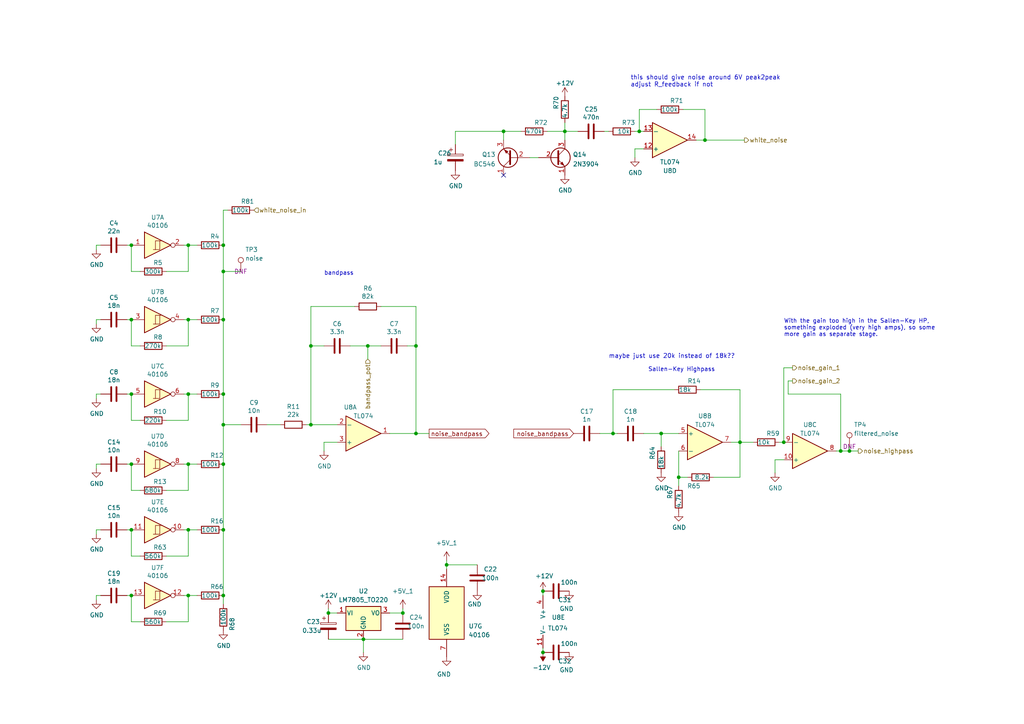
<source format=kicad_sch>
(kicad_sch (version 20211123) (generator eeschema)
  (paper "A4")
  (title_block (title "hihat") (rev "0.9") (comment 1 "untested"))
  (lib_symbols
    (symbol "4xxx:40106" (pin_names (offset 1.016))
      (property "Reference" "U" (at 0 1.27 0))
      (property "Value" "40106" (at 0 -1.27 0))
      (symbol "40106_1_0"
        (polyline (pts (xy -0.635 -1.27) (xy -0.635 1.27) (xy 0.635 1.27)))
        (polyline (pts (xy -3.81 3.81) (xy -3.81 -3.81) (xy 3.81 0) (xy -3.81 3.81)) (stroke (width 0.254)) (fill (type background)))
        (polyline (pts (xy -1.27 -1.27) (xy 0.635 -1.27) (xy 0.635 1.27) (xy 1.27 1.27)))
        (pin input line (at -7.62 0 0) (length 3.81) (name "~") (number "1"))
        (pin output inverted (at 7.62 0 180) (length 3.81) (name "~") (number "2"))
      )
      (symbol "40106_2_0"
        (polyline (pts (xy -0.635 -1.27) (xy -0.635 1.27) (xy 0.635 1.27)))
        (polyline (pts (xy -3.81 3.81) (xy -3.81 -3.81) (xy 3.81 0) (xy -3.81 3.81)) (stroke (width 0.254)) (fill (type background)))
        (polyline (pts (xy -1.27 -1.27) (xy 0.635 -1.27) (xy 0.635 1.27) (xy 1.27 1.27)))
        (pin input line (at -7.62 0 0) (length 3.81) (name "~") (number "3"))
        (pin output inverted (at 7.62 0 180) (length 3.81) (name "~") (number "4"))
      )
      (symbol "40106_3_0"
        (polyline (pts (xy -0.635 -1.27) (xy -0.635 1.27) (xy 0.635 1.27)))
        (polyline (pts (xy -3.81 3.81) (xy -3.81 -3.81) (xy 3.81 0) (xy -3.81 3.81)) (stroke (width 0.254)) (fill (type background)))
        (polyline (pts (xy -1.27 -1.27) (xy 0.635 -1.27) (xy 0.635 1.27) (xy 1.27 1.27)))
        (pin input line (at -7.62 0 0) (length 3.81) (name "~") (number "5"))
        (pin output inverted (at 7.62 0 180) (length 3.81) (name "~") (number "6"))
      )
      (symbol "40106_4_0"
        (polyline (pts (xy -0.635 -1.27) (xy -0.635 1.27) (xy 0.635 1.27)))
        (polyline (pts (xy -3.81 3.81) (xy -3.81 -3.81) (xy 3.81 0) (xy -3.81 3.81)) (stroke (width 0.254)) (fill (type background)))
        (polyline (pts (xy -1.27 -1.27) (xy 0.635 -1.27) (xy 0.635 1.27) (xy 1.27 1.27)))
        (pin output inverted (at 7.62 0 180) (length 3.81) (name "~") (number "8"))
        (pin input line (at -7.62 0 0) (length 3.81) (name "~") (number "9"))
      )
      (symbol "40106_5_0"
        (polyline (pts (xy -0.635 -1.27) (xy -0.635 1.27) (xy 0.635 1.27)))
        (polyline (pts (xy -3.81 3.81) (xy -3.81 -3.81) (xy 3.81 0) (xy -3.81 3.81)) (stroke (width 0.254)) (fill (type background)))
        (polyline (pts (xy -1.27 -1.27) (xy 0.635 -1.27) (xy 0.635 1.27) (xy 1.27 1.27)))
        (pin output inverted (at 7.62 0 180) (length 3.81) (name "~") (number "10"))
        (pin input line (at -7.62 0 0) (length 3.81) (name "~") (number "11"))
      )
      (symbol "40106_6_0"
        (polyline (pts (xy -0.635 -1.27) (xy -0.635 1.27) (xy 0.635 1.27)))
        (polyline (pts (xy -3.81 3.81) (xy -3.81 -3.81) (xy 3.81 0) (xy -3.81 3.81)) (stroke (width 0.254)) (fill (type background)))
        (polyline (pts (xy -1.27 -1.27) (xy 0.635 -1.27) (xy 0.635 1.27) (xy 1.27 1.27)))
        (pin output inverted (at 7.62 0 180) (length 3.81) (name "~") (number "12"))
        (pin input line (at -7.62 0 0) (length 3.81) (name "~") (number "13"))
      )
      (symbol "40106_7_0"
        (pin power_in line (at 0 12.7 270) (length 5.08) (name "VDD") (number "14"))
        (pin power_in line (at 0 -12.7 90) (length 5.08) (name "VSS") (number "7"))
      )
      (symbol "40106_7_1"
        (rectangle (start -5.08 7.62) (end 5.08 -7.62) (stroke (width 0.254)) (fill (type background)))
      )
    )
    (symbol "Device:C" (pin_numbers hide) (pin_names (offset 0.254))
      (property "Reference" "C" (at 0.635 2.54 0))
      (property "Value" "C" (at 0.635 -2.54 0))
      (symbol "C_0_1"
        (polyline (pts (xy -2.032 -0.762) (xy 2.032 -0.762)) (stroke (width 0.508)))
        (polyline (pts (xy -2.032 0.762) (xy 2.032 0.762)) (stroke (width 0.508)))
      )
      (symbol "C_1_1"
        (pin passive line (at 0 3.81 270) (length 2.794) (name "~") (number "1"))
        (pin passive line (at 0 -3.81 90) (length 2.794) (name "~") (number "2"))
      )
    )
    (symbol "Regulator_Linear:LM7805_TO220" (pin_names (offset 0.254))
      (property "Reference" "U" (at -3.81 3.175 0))
      (property "Value" "LM7805_TO220" (at 0 3.175 0))
      (symbol "LM7805_TO220_0_1"
        (rectangle (start -5.08 1.905) (end 5.08 -5.08) (stroke (width 0.254)) (fill (type background)))
      )
      (symbol "LM7805_TO220_1_1"
        (pin power_in line (at -7.62 0 0) (length 2.54) (name "VI") (number "1"))
        (pin power_in line (at 0 -7.62 90) (length 2.54) (name "GND") (number "2"))
        (pin power_out line (at 7.62 0 180) (length 2.54) (name "VO") (number "3"))
      )
    )
    (symbol "Transistor_BJT:BC546" (pin_names (offset 0) hide)
      (property "Reference" "Q" (at 5.08 1.905 0))
      (property "Value" "BC546" (at 5.08 0 0))
      (symbol "BC546_0_1"
        (polyline (pts (xy 0 0) (xy 0.635 0)))
        (polyline (pts (xy 0.635 0.635) (xy 2.54 2.54)))
        (polyline (pts (xy 0.635 -0.635) (xy 2.54 -2.54) (xy 2.54 -2.54)))
        (polyline (pts (xy 0.635 1.905) (xy 0.635 -1.905) (xy 0.635 -1.905)) (stroke (width 0.508)))
        (polyline (pts (xy 1.27 -1.778) (xy 1.778 -1.27) (xy 2.286 -2.286) (xy 1.27 -1.778) (xy 1.27 -1.778)) (fill (type outline)))
        (circle (center 1.27 0) (radius 2.8194) (stroke (width 0.254)))
      )
      (symbol "BC546_1_1"
        (pin passive line (at 2.54 5.08 270) (length 2.54) (name "C") (number "1"))
        (pin input line (at -5.08 0 0) (length 5.08) (name "B") (number "2"))
        (pin passive line (at 2.54 -5.08 90) (length 2.54) (name "E") (number "3"))
      )
    )
    (symbol "ao_symbols:+5V_1" (power) (pin_names (offset 0))
      (property "Value" "+5V_1" (at 0 3.556 0))
      (symbol "+5V_1_0_1"
        (polyline (pts (xy -0.762 1.27) (xy 0 2.54)))
        (polyline (pts (xy 0 0) (xy 0 2.54)))
        (polyline (pts (xy 0 2.54) (xy 0.762 1.27)))
      )
      (symbol "+5V_1_1_1"
        (pin power_in line (at 0 0 90) (length 0) hide (name "+5V_1") (number "1"))
      )
    )
    (symbol "ao_symbols:2N3904" (pin_names (offset 0) hide)
      (property "Reference" "Q" (at 5.08 1.905 0))
      (property "Value" "2N3904" (at 5.08 0 0))
      (symbol "2N3904_0_1"
        (polyline (pts (xy 0.635 0.635) (xy 2.54 2.54)))
        (polyline (pts (xy 0.635 -0.635) (xy 2.54 -2.54) (xy 2.54 -2.54)))
        (polyline (pts (xy 0.635 1.905) (xy 0.635 -1.905) (xy 0.635 -1.905)) (stroke (width 0.508)))
        (polyline (pts (xy 1.27 -1.778) (xy 1.778 -1.27) (xy 2.286 -2.286) (xy 1.27 -1.778) (xy 1.27 -1.778)) (fill (type outline)))
        (circle (center 1.27 0) (radius 2.8194) (stroke (width 0.254)))
      )
      (symbol "2N3904_1_1"
        (pin passive line (at 2.54 -5.08 90) (length 2.54) (name "E") (number "1"))
        (pin passive line (at -5.08 0 0) (length 5.715) (name "B") (number "2"))
        (pin passive line (at 2.54 5.08 270) (length 2.54) (name "C") (number "3"))
      )
    )
    (symbol "ao_symbols:C" (pin_numbers hide) (pin_names (offset 0.254))
      (property "Reference" "C" (at 0.635 2.54 0))
      (property "Value" "C" (at 0.635 -2.54 0))
      (symbol "C_0_1"
        (polyline (pts (xy -2.032 -0.762) (xy 2.032 -0.762)) (stroke (width 0.508)))
        (polyline (pts (xy -2.032 0.762) (xy 2.032 0.762)) (stroke (width 0.508)))
      )
      (symbol "C_1_1"
        (pin passive line (at 0 3.81 270) (length 2.794) (name "~") (number "1"))
        (pin passive line (at 0 -3.81 90) (length 2.794) (name "~") (number "2"))
      )
    )
    (symbol "ao_symbols:CP" (pin_numbers hide) (pin_names (offset 0.254))
      (property "Reference" "C" (at 0.635 2.54 0))
      (property "Value" "CP" (at 0.635 -2.54 0))
      (symbol "CP_0_1"
        (rectangle (start -2.286 0.508) (end 2.286 1.016))
        (polyline (pts (xy -1.778 2.286) (xy -0.762 2.286)))
        (polyline (pts (xy -1.27 2.794) (xy -1.27 1.778)))
        (rectangle (start 2.286 -0.508) (end -2.286 -1.016) (fill (type outline)))
      )
      (symbol "CP_1_1"
        (pin passive line (at 0 3.81 270) (length 2.794) (name "~") (number "1"))
        (pin passive line (at 0 -3.81 90) (length 2.794) (name "~") (number "2"))
      )
    )
    (symbol "ao_symbols:R" (pin_numbers hide) (pin_names (offset 0))
      (property "Reference" "R" (at 2.032 0 90))
      (property "Value" "R" (at 0 0 90))
      (symbol "R_0_1"
        (rectangle (start -1.016 -2.54) (end 1.016 2.54) (stroke (width 0.254)))
      )
      (symbol "R_1_1"
        (pin passive line (at 0 3.81 270) (length 1.27) (name "~") (number "1"))
        (pin passive line (at 0 -3.81 90) (length 1.27) (name "~") (number "2"))
      )
    )
    (symbol "ao_symbols:TL074" (pin_names (offset 0.127))
      (property "Reference" "U" (at 0 5.08 0))
      (property "Value" "TL074" (at 0 -5.08 0))
      (symbol "TL074_1_1"
        (polyline (pts (xy -5.08 5.08) (xy 5.08 0) (xy -5.08 -5.08) (xy -5.08 5.08)) (stroke (width 0.254)) (fill (type background)))
        (pin output line (at 7.62 0 180) (length 2.54) (name "~") (number "1"))
        (pin input line (at -7.62 -2.54 0) (length 2.54) (name "-") (number "2"))
        (pin input line (at -7.62 2.54 0) (length 2.54) (name "+") (number "3"))
      )
      (symbol "TL074_2_1"
        (polyline (pts (xy -5.08 5.08) (xy 5.08 0) (xy -5.08 -5.08) (xy -5.08 5.08)) (stroke (width 0.254)) (fill (type background)))
        (pin input line (at -7.62 2.54 0) (length 2.54) (name "+") (number "5"))
        (pin input line (at -7.62 -2.54 0) (length 2.54) (name "-") (number "6"))
        (pin output line (at 7.62 0 180) (length 2.54) (name "~") (number "7"))
      )
      (symbol "TL074_3_1"
        (polyline (pts (xy -5.08 5.08) (xy 5.08 0) (xy -5.08 -5.08) (xy -5.08 5.08)) (stroke (width 0.254)) (fill (type background)))
        (pin input line (at -7.62 2.54 0) (length 2.54) (name "+") (number "10"))
        (pin output line (at 7.62 0 180) (length 2.54) (name "~") (number "8"))
        (pin input line (at -7.62 -2.54 0) (length 2.54) (name "-") (number "9"))
      )
      (symbol "TL074_4_1"
        (polyline (pts (xy -5.08 5.08) (xy 5.08 0) (xy -5.08 -5.08) (xy -5.08 5.08)) (stroke (width 0.254)) (fill (type background)))
        (pin input line (at -7.62 2.54 0) (length 2.54) (name "+") (number "12"))
        (pin input line (at -7.62 -2.54 0) (length 2.54) (name "-") (number "13"))
        (pin output line (at 7.62 0 180) (length 2.54) (name "~") (number "14"))
      )
      (symbol "TL074_5_1"
        (pin power_in line (at -2.54 -7.62 90) (length 3.81) (name "V-") (number "11"))
        (pin power_in line (at -2.54 7.62 270) (length 3.81) (name "V+") (number "4"))
      )
    )
    (symbol "ao_symbols:TestPoint" (pin_numbers hide) (pin_names (offset 0.762) hide) (in_bom no)
      (property "Reference" "TP" (at 0 6.858 0))
      (property "Value" "TestPoint" (at 0 5.08 0))
      (property "Config" "DNF" (at 0 0 0))
      (symbol "TestPoint_0_1"
        (circle (center 0 3.302) (radius 0.762))
      )
      (symbol "TestPoint_1_1"
        (pin passive line (at 0 0 90) (length 2.54) (name "1") (number "1"))
      )
    )
    (symbol "power:+12V" (power) (pin_names (offset 0))
      (property "Value" "+12V" (at 0 3.556 0))
      (symbol "+12V_0_1"
        (polyline (pts (xy -0.762 1.27) (xy 0 2.54)))
        (polyline (pts (xy 0 0) (xy 0 2.54)))
        (polyline (pts (xy 0 2.54) (xy 0.762 1.27)))
      )
      (symbol "+12V_1_1"
        (pin power_in line (at 0 0 90) (length 0) hide (name "+12V") (number "1"))
      )
    )
    (symbol "power:-12V" (power) (pin_names (offset 0))
      (property "Value" "-12V" (at 0 3.81 0))
      (symbol "-12V_0_0"
        (pin power_in line (at 0 0 90) (length 0) hide (name "-12V") (number "1"))
      )
      (symbol "-12V_0_1"
        (polyline (pts (xy 0 0) (xy 0 1.27) (xy 0.762 1.27) (xy 0 2.54) (xy -0.762 1.27) (xy 0 1.27)) (fill (type outline)))
      )
    )
    (symbol "power:GND" (power) (pin_names (offset 0))
      (property "Value" "GND" (at 0 -3.81 0))
      (symbol "GND_0_1"
        (polyline (pts (xy 0 0) (xy 0 -1.27) (xy 1.27 -1.27) (xy 0 -2.54) (xy -1.27 -1.27) (xy 0 -1.27)))
      )
      (symbol "GND_1_1"
        (pin power_in line (at 0 0 270) (length 0) hide (name "GND") (number "1"))
      )
    )
  )
  (junction (at 163.83 38.1))
  (junction (at 64.77 114.3))
  (junction (at 54.61 172.72))
  (junction (at 64.77 92.71))
  (junction (at 64.77 153.67))
  (junction (at 227.33 128.27))
  (junction (at 157.48 171.45))
  (junction (at 214.63 128.27))
  (junction (at 64.77 123.19))
  (junction (at 38.1 172.72))
  (junction (at 54.61 92.71))
  (junction (at 54.61 71.12))
  (junction (at 196.85 138.43))
  (junction (at 177.8 125.73))
  (junction (at 54.61 153.67))
  (junction (at 38.1 134.62))
  (junction (at 120.65 100.33))
  (junction (at 64.77 172.72))
  (junction (at 120.65 125.73))
  (junction (at 246.38 130.81))
  (junction (at 64.77 78.74))
  (junction (at 95.25 177.8))
  (junction (at 64.77 134.62))
  (junction (at 38.1 92.71))
  (junction (at 90.17 123.19))
  (junction (at 116.84 177.8))
  (junction (at 38.1 153.67))
  (junction (at 54.61 134.62))
  (junction (at 90.17 100.33))
  (junction (at 185.42 38.1))
  (junction (at 157.48 189.23))
  (junction (at 191.77 125.73))
  (junction (at 129.54 163.83))
  (junction (at 243.84 130.81))
  (junction (at 38.1 71.12))
  (junction (at 204.47 40.64))
  (junction (at 54.61 114.3))
  (junction (at 106.68 100.33))
  (junction (at 146.05 38.1))
  (junction (at 105.41 185.42))
  (junction (at 38.1 114.3))
  (junction (at 64.77 71.12))
  (no_connect (at 146.05 50.8))
  (wire (pts (xy 163.83 38.1) (xy 167.64 38.1)))
  (wire (pts (xy 204.47 31.75) (xy 204.47 40.64)))
  (wire (pts (xy 93.98 128.27) (xy 93.98 130.81)))
  (wire (pts (xy 48.26 180.34) (xy 54.61 180.34)))
  (wire (pts (xy 90.17 100.33) (xy 90.17 123.19)))
  (wire (pts (xy 227.33 133.35) (xy 224.79 133.35)))
  (wire (pts (xy 48.26 142.24) (xy 54.61 142.24)))
  (wire (pts (xy 64.77 153.67) (xy 64.77 172.72)))
  (wire (pts (xy 38.1 172.72) (xy 36.83 172.72)))
  (wire (pts (xy 186.69 43.18) (xy 184.15 43.18)))
  (wire (pts (xy 102.87 88.9) (xy 90.17 88.9)))
  (wire (pts (xy 27.94 92.71) (xy 27.94 93.98)))
  (wire (pts (xy 38.1 114.3) (xy 36.83 114.3)))
  (wire (pts (xy 27.94 114.3) (xy 27.94 115.57)))
  (wire (pts (xy 57.15 134.62) (xy 54.61 134.62)))
  (wire (pts (xy 191.77 125.73) (xy 191.77 129.54)))
  (wire (pts (xy 198.12 31.75) (xy 204.47 31.75)))
  (wire (pts (xy 48.26 78.74) (xy 54.61 78.74)))
  (wire (pts (xy 54.61 134.62) (xy 53.34 134.62)))
  (wire (pts (xy 106.68 100.33) (xy 106.68 104.14)))
  (wire (pts (xy 175.26 38.1) (xy 176.53 38.1)))
  (wire (pts (xy 214.63 113.03) (xy 214.63 128.27)))
  (wire (pts (xy 38.1 161.29) (xy 38.1 153.67)))
  (wire (pts (xy 185.42 38.1) (xy 185.42 31.75)))
  (wire (pts (xy 146.05 38.1) (xy 146.05 40.64)))
  (wire (pts (xy 228.6 110.49) (xy 229.87 110.49)))
  (wire (pts (xy 38.1 100.33) (xy 38.1 92.71)))
  (wire (pts (xy 116.84 176.53) (xy 116.84 177.8)))
  (wire (pts (xy 177.8 125.73) (xy 179.07 125.73)))
  (wire (pts (xy 113.03 125.73) (xy 120.65 125.73)))
  (wire (pts (xy 64.77 92.71) (xy 64.77 114.3)))
  (wire (pts (xy 204.47 40.64) (xy 201.93 40.64)))
  (wire (pts (xy 29.21 114.3) (xy 27.94 114.3)))
  (wire (pts (xy 132.08 41.91) (xy 132.08 38.1)))
  (wire (pts (xy 177.8 113.03) (xy 177.8 125.73)))
  (wire (pts (xy 64.77 60.96) (xy 66.04 60.96)))
  (wire (pts (xy 173.99 125.73) (xy 177.8 125.73)))
  (wire (pts (xy 207.01 138.43) (xy 214.63 138.43)))
  (wire (pts (xy 101.6 100.33) (xy 106.68 100.33)))
  (wire (pts (xy 129.54 163.83) (xy 129.54 165.1)))
  (wire (pts (xy 38.1 78.74) (xy 38.1 71.12)))
  (wire (pts (xy 243.84 114.3) (xy 228.6 114.3)))
  (wire (pts (xy 54.61 92.71) (xy 53.34 92.71)))
  (wire (pts (xy 38.1 71.12) (xy 36.83 71.12)))
  (wire (pts (xy 40.64 180.34) (xy 38.1 180.34)))
  (wire (pts (xy 214.63 128.27) (xy 218.44 128.27)))
  (wire (pts (xy 110.49 88.9) (xy 120.65 88.9)))
  (wire (pts (xy 38.1 134.62) (xy 36.83 134.62)))
  (wire (pts (xy 203.2 113.03) (xy 214.63 113.03)))
  (wire (pts (xy 38.1 180.34) (xy 38.1 172.72)))
  (wire (pts (xy 163.83 38.1) (xy 163.83 40.64)))
  (wire (pts (xy 120.65 125.73) (xy 124.46 125.73)))
  (wire (pts (xy 191.77 125.73) (xy 196.85 125.73)))
  (wire (pts (xy 54.61 142.24) (xy 54.61 134.62)))
  (wire (pts (xy 95.25 185.42) (xy 105.41 185.42)))
  (wire (pts (xy 246.38 130.81) (xy 248.92 130.81)))
  (wire (pts (xy 227.33 106.68) (xy 227.33 128.27)))
  (wire (pts (xy 27.94 153.67) (xy 27.94 154.94)))
  (wire (pts (xy 195.58 113.03) (xy 177.8 113.03)))
  (wire (pts (xy 77.47 123.19) (xy 81.28 123.19)))
  (wire (pts (xy 64.77 71.12) (xy 64.77 60.96)))
  (wire (pts (xy 90.17 88.9) (xy 90.17 100.33)))
  (wire (pts (xy 64.77 123.19) (xy 69.85 123.19)))
  (wire (pts (xy 29.21 134.62) (xy 27.94 134.62)))
  (wire (pts (xy 57.15 172.72) (xy 54.61 172.72)))
  (wire (pts (xy 54.61 172.72) (xy 53.34 172.72)))
  (wire (pts (xy 57.15 114.3) (xy 54.61 114.3)))
  (wire (pts (xy 227.33 106.68) (xy 229.87 106.68)))
  (wire (pts (xy 48.26 121.92) (xy 54.61 121.92)))
  (wire (pts (xy 185.42 38.1) (xy 186.69 38.1)))
  (wire (pts (xy 158.75 38.1) (xy 163.83 38.1)))
  (wire (pts (xy 57.15 153.67) (xy 54.61 153.67)))
  (wire (pts (xy 54.61 114.3) (xy 53.34 114.3)))
  (wire (pts (xy 214.63 128.27) (xy 214.63 138.43)))
  (wire (pts (xy 40.64 78.74) (xy 38.1 78.74)))
  (wire (pts (xy 95.25 176.53) (xy 95.25 177.8)))
  (wire (pts (xy 242.57 130.81) (xy 243.84 130.81)))
  (wire (pts (xy 120.65 88.9) (xy 120.65 100.33)))
  (wire (pts (xy 54.61 161.29) (xy 54.61 153.67)))
  (wire (pts (xy 64.77 71.12) (xy 64.77 78.74)))
  (wire (pts (xy 243.84 114.3) (xy 243.84 130.81)))
  (wire (pts (xy 113.03 177.8) (xy 116.84 177.8)))
  (wire (pts (xy 54.61 100.33) (xy 54.61 92.71)))
  (wire (pts (xy 29.21 153.67) (xy 27.94 153.67)))
  (wire (pts (xy 29.21 172.72) (xy 27.94 172.72)))
  (wire (pts (xy 38.1 92.71) (xy 36.83 92.71)))
  (wire (pts (xy 38.1 153.67) (xy 36.83 153.67)))
  (wire (pts (xy 27.94 172.72) (xy 27.94 173.99)))
  (wire (pts (xy 54.61 78.74) (xy 54.61 71.12)))
  (wire (pts (xy 120.65 125.73) (xy 120.65 100.33)))
  (wire (pts (xy 27.94 134.62) (xy 27.94 135.89)))
  (wire (pts (xy 243.84 130.81) (xy 246.38 130.81)))
  (wire (pts (xy 157.48 172.72) (xy 157.48 171.45)))
  (wire (pts (xy 196.85 138.43) (xy 196.85 140.97)))
  (wire (pts (xy 38.1 121.92) (xy 38.1 114.3)))
  (wire (pts (xy 184.15 38.1) (xy 185.42 38.1)))
  (wire (pts (xy 88.9 123.19) (xy 90.17 123.19)))
  (wire (pts (xy 120.65 100.33) (xy 118.11 100.33)))
  (wire (pts (xy 185.42 31.75) (xy 190.5 31.75)))
  (wire (pts (xy 40.64 161.29) (xy 38.1 161.29)))
  (wire (pts (xy 48.26 100.33) (xy 54.61 100.33)))
  (wire (pts (xy 226.06 128.27) (xy 227.33 128.27)))
  (wire (pts (xy 38.1 142.24) (xy 38.1 134.62)))
  (wire (pts (xy 90.17 123.19) (xy 97.79 123.19)))
  (wire (pts (xy 57.15 71.12) (xy 54.61 71.12)))
  (wire (pts (xy 54.61 121.92) (xy 54.61 114.3)))
  (wire (pts (xy 151.13 38.1) (xy 146.05 38.1)))
  (wire (pts (xy 95.25 177.8) (xy 97.79 177.8)))
  (wire (pts (xy 93.98 100.33) (xy 90.17 100.33)))
  (wire (pts (xy 106.68 100.33) (xy 110.49 100.33)))
  (wire (pts (xy 184.15 43.18) (xy 184.15 45.72)))
  (wire (pts (xy 196.85 130.81) (xy 196.85 138.43)))
  (wire (pts (xy 129.54 162.56) (xy 129.54 163.83)))
  (wire (pts (xy 132.08 38.1) (xy 146.05 38.1)))
  (wire (pts (xy 40.64 142.24) (xy 38.1 142.24)))
  (wire (pts (xy 228.6 114.3) (xy 228.6 110.49)))
  (wire (pts (xy 153.67 45.72) (xy 156.21 45.72)))
  (wire (pts (xy 105.41 185.42) (xy 105.41 189.23)))
  (wire (pts (xy 27.94 71.12) (xy 27.94 72.39)))
  (wire (pts (xy 48.26 161.29) (xy 54.61 161.29)))
  (wire (pts (xy 64.77 114.3) (xy 64.77 123.19)))
  (wire (pts (xy 138.43 163.83) (xy 129.54 163.83)))
  (wire (pts (xy 64.77 123.19) (xy 64.77 134.62)))
  (wire (pts (xy 64.77 78.74) (xy 64.77 92.71)))
  (wire (pts (xy 29.21 92.71) (xy 27.94 92.71)))
  (wire (pts (xy 212.09 128.27) (xy 214.63 128.27)))
  (wire (pts (xy 40.64 100.33) (xy 38.1 100.33)))
  (wire (pts (xy 40.64 121.92) (xy 38.1 121.92)))
  (wire (pts (xy 54.61 153.67) (xy 53.34 153.67)))
  (wire (pts (xy 186.69 125.73) (xy 191.77 125.73)))
  (wire (pts (xy 69.85 78.74) (xy 64.77 78.74)))
  (wire (pts (xy 54.61 71.12) (xy 53.34 71.12)))
  (wire (pts (xy 54.61 180.34) (xy 54.61 172.72)))
  (wire (pts (xy 246.38 129.54) (xy 246.38 130.81)))
  (wire (pts (xy 199.39 138.43) (xy 196.85 138.43)))
  (wire (pts (xy 204.47 40.64) (xy 215.9 40.64)))
  (wire (pts (xy 29.21 71.12) (xy 27.94 71.12)))
  (wire (pts (xy 157.48 187.96) (xy 157.48 189.23)))
  (wire (pts (xy 224.79 133.35) (xy 224.79 137.16)))
  (wire (pts (xy 64.77 172.72) (xy 64.77 175.26)))
  (wire (pts (xy 163.83 35.56) (xy 163.83 38.1)))
  (wire (pts (xy 64.77 134.62) (xy 64.77 153.67)))
  (wire (pts (xy 57.15 92.71) (xy 54.61 92.71)))
  (wire (pts (xy 97.79 128.27) (xy 93.98 128.27)))
  (wire (pts (xy 105.41 185.42) (xy 116.84 185.42)))
  (text "With the gain too high in the Sallen-Key HP,\nsomething exploded (very high amps), so some\nmore gain as separate stage." (at 227.33 97.79 0) (effects (font (size 1.2 1.2)) (justify left bottom)))
  (text "bandpass" (at 93.98 80.01 0) (effects (font (size 1.2 1.2)) (justify left bottom)))
  (text "maybe just use 20k instead of 18k??" (at 176.53 104.14 0) (effects (font (size 1.27 1.27)) (justify left bottom)))
  (text "this should give noise around 6V peak2peak\nadjust R_feedback if not" (at 182.88 25.4 0) (effects (font (size 1.27 1.27)) (justify left bottom)))
  (text "Sallen-Key Highpass" (at 187.96 107.95 0) (effects (font (size 1.2 1.2)) (justify left bottom)))
  (global_label "noise_bandpass" (shape output) (at 124.46 125.73 0) (property "Intersheet References" "${INTERSHEET_REFS}" (effects hide)))
  (global_label "noise_bandpass" (shape input) (at 166.37 125.73 180) (property "Intersheet References" "${INTERSHEET_REFS}" (effects hide)))
  (hierarchical_label "noise_gain_2" (shape output) (at 229.87 110.49 0))
  (hierarchical_label "white_noise_in" (shape input) (at 73.66 60.96 0))
  (hierarchical_label "bandpass_pot" (shape input) (at 106.68 104.14 270))
  (hierarchical_label "noise_highpass" (shape output) (at 248.92 130.81 0))
  (hierarchical_label "noise_gain_1" (shape output) (at 229.87 106.68 0))
  (hierarchical_label "white_noise" (shape output) (at 215.9 40.64 0))
  (symbol (lib_id "4xxx:40106") (at 45.72 71.12 0) (unit 1)
    (property "Reference" "U7" (at 45.72 63.0682 0))
    (property "Value" "40106" (at 45.72 65.3796 0))
    (property "Footprint" "ao_tht:DIP-14_W7.62mm_Socket_LongPads" (effects hide))
    (property "Datasheet" "https://assets.nexperia.com/documents/data-sheet/HEF40106B.pdf" (effects hide))
  )
  (symbol (lib_id "ao_symbols:TestPoint") (at 246.38 129.54 0) (unit 1)
    (property "Reference" "TP4" (at 247.65 123.19 0) (effects (justify left)))
    (property "Value" "filtered_noise" (at 247.65 125.73 0) (effects (justify left)))
    (property "Footprint" "ao_tht:TestPoint_THTPad_D1.5mm_Drill0.7mm" (effects hide))
    (property "Config" "DNF" (at 246.38 129.54 0))
  )
  (symbol (lib_id "ao_symbols:TL074") (at 194.31 40.64 0) (mirror x) (unit 4)
    (property "Reference" "U8" (at 194.31 49.53 0))
    (property "Value" "TL074" (at 194.31 46.99 0))
    (property "Footprint" "ao_tht:DIP-14_W7.62mm_Socket_LongPads" (effects hide))
    (property "Vendor" "Tayda" (effects hide))
    (property "SKU" "A-1138" (effects hide))
  )
  (symbol (lib_id "ao_symbols:R") (at 64.77 179.07 0) (unit 1)
    (property "Reference" "R68" (at 67.31 179.07 90) (effects (justify right)))
    (property "Value" "100k" (at 64.77 176.53 90) (effects (justify right)))
    (property "Footprint" "ao_tht:R_Axial_DIN0207_L6.3mm_D2.5mm_P10.16mm_Horizontal" (effects hide))
    (property "Vendor" "Tayda" (effects hide))
  )
  (symbol (lib_id "power:GND") (at 163.83 50.8 0) (unit 1)
    (property "Reference" "#PWR0182" (effects hide))
    (property "Value" "GND" (at 163.957 55.1942 0))
  )
  (symbol (lib_id "ao_symbols:R") (at 180.34 38.1 90) (unit 1)
    (property "Reference" "R73" (at 180.34 35.56 90) (effects (justify right)))
    (property "Value" "10k" (at 179.07 38.1 90) (effects (justify right)))
    (property "Footprint" "ao_tht:R_Axial_DIN0207_L6.3mm_D2.5mm_P10.16mm_Horizontal" (effects hide))
    (property "Vendor" "Tayda" (effects hide))
  )
  (symbol (lib_id "ao_symbols:R") (at 60.96 92.71 90) (unit 1)
    (property "Reference" "R7" (at 60.96 90.17 90) (effects (justify right)))
    (property "Value" "100k" (at 58.42 92.71 90) (effects (justify right)))
    (property "Footprint" "ao_tht:R_Axial_DIN0207_L6.3mm_D2.5mm_P10.16mm_Horizontal" (effects hide))
    (property "Vendor" "Tayda" (effects hide))
  )
  (symbol (lib_id "ao_symbols:R") (at 85.09 123.19 270) (unit 1)
    (property "Reference" "R11" (at 85.09 117.9322 90))
    (property "Value" "22k" (at 85.09 120.2436 90))
    (property "Footprint" "ao_tht:R_Axial_DIN0207_L6.3mm_D2.5mm_P10.16mm_Horizontal" (effects hide))
    (property "Vendor" "Tayda" (effects hide))
  )
  (symbol (lib_id "power:GND") (at 224.79 137.16 0) (unit 1)
    (property "Reference" "#PWR0121" (effects hide))
    (property "Value" "GND" (at 224.917 141.5542 0))
  )
  (symbol (lib_id "ao_symbols:TL074") (at 234.95 130.81 0) (mirror x) (unit 3)
    (property "Reference" "U8" (at 234.95 123.19 0))
    (property "Value" "TL074" (at 234.95 125.73 0))
    (property "Footprint" "ao_tht:DIP-14_W7.62mm_Socket_LongPads" (effects hide))
    (property "Vendor" "Tayda" (effects hide))
    (property "SKU" "A-1138" (effects hide))
  )
  (symbol (lib_id "ao_symbols:R") (at 203.2 138.43 270) (unit 1)
    (property "Reference" "R65" (at 203.2 140.97 90) (effects (justify right)))
    (property "Value" "8.2k" (at 205.74 138.43 90) (effects (justify right)))
    (property "Footprint" "ao_tht:R_Axial_DIN0207_L6.3mm_D2.5mm_P10.16mm_Horizontal" (effects hide))
    (property "Vendor" "Tayda" (effects hide))
  )
  (symbol (lib_id "power:GND") (at 27.94 115.57 0) (unit 1)
    (property "Reference" "#PWR0136" (effects hide))
    (property "Value" "GND" (at 28.067 119.9642 0))
  )
  (symbol (lib_id "power:GND") (at 27.94 72.39 0) (unit 1)
    (property "Reference" "#PWR0118" (effects hide))
    (property "Value" "GND" (at 28.067 76.7842 0))
  )
  (symbol (lib_id "ao_symbols:+5V_1") (at 116.84 176.53 0) (unit 1)
    (property "Reference" "#PWR0176" (effects hide))
    (property "Value" "+5V_1" (at 116.84 171.45 0))
  )
  (symbol (lib_id "power:GND") (at 27.94 173.99 0) (unit 1)
    (property "Reference" "#PWR0119" (effects hide))
    (property "Value" "GND" (at 28.067 178.3842 0))
  )
  (symbol (lib_id "ao_symbols:TestPoint") (at 69.85 78.74 0) (unit 1)
    (property "Reference" "TP3" (at 71.12 72.39 0) (effects (justify left)))
    (property "Value" "noise" (at 71.12 74.93 0) (effects (justify left)))
    (property "Footprint" "ao_tht:TestPoint_THTPad_D1.5mm_Drill0.7mm" (effects hide))
    (property "Config" "DNF" (at 69.85 78.74 0))
  )
  (symbol (lib_id "Device:C") (at 161.29 171.45 270) (unit 1)
    (property "Reference" "C31" (at 163.83 173.99 90))
    (property "Value" "100n" (at 165.1 168.91 90))
    (property "Footprint" "ao_tht:C_Disc_D3.0mm_W1.6mm_P2.50mm" (effects hide))
    (property "tayda" "https://www.taydaelectronics.com/capacitors/polyester-film-box-type-capacitors/1000pf-100v-5-kemet-polyester-film-box-type-capacitor.html" (effects hide))
  )
  (symbol (lib_id "power:GND") (at 93.98 130.81 0) (unit 1)
    (property "Reference" "#PWR0138" (effects hide))
    (property "Value" "GND" (at 94.107 135.2042 0))
  )
  (symbol (lib_id "Regulator_Linear:LM7805_TO220") (at 105.41 177.8 0) (unit 1)
    (property "Reference" "U2" (at 105.41 171.45 0))
    (property "Value" "LM7805_TO220" (at 105.41 173.99 0))
    (property "Footprint" "Package_TO_SOT_THT:TO-220-3_Horizontal_TabDown" (effects hide))
    (property "Datasheet" "https://www.onsemi.cn/PowerSolutions/document/MC7800-D.PDF" (effects hide))
  )
  (symbol (lib_id "power:-12V") (at 157.48 189.23 180) (unit 1)
    (property "Reference" "#PWR0197" (effects hide))
    (property "Value" "-12V" (at 157.099 193.6242 0))
  )
  (symbol (lib_id "ao_symbols:R") (at 60.96 71.12 90) (unit 1)
    (property "Reference" "R4" (at 60.96 68.58 90) (effects (justify right)))
    (property "Value" "100k" (at 58.42 71.12 90) (effects (justify right)))
    (property "Footprint" "ao_tht:R_Axial_DIN0207_L6.3mm_D2.5mm_P10.16mm_Horizontal" (effects hide))
    (property "Vendor" "Tayda" (effects hide))
  )
  (symbol (lib_id "4xxx:40106") (at 45.72 134.62 0) (unit 4)
    (property "Reference" "U7" (at 45.72 126.5682 0))
    (property "Value" "40106" (at 45.72 128.8796 0))
    (property "Footprint" "ao_tht:DIP-14_W7.62mm_Socket_LongPads" (effects hide))
    (property "Datasheet" "https://assets.nexperia.com/documents/data-sheet/HEF40106B.pdf" (effects hide))
  )
  (symbol (lib_id "ao_symbols:R") (at 44.45 78.74 90) (unit 1)
    (property "Reference" "R5" (at 44.45 76.2 90) (effects (justify right)))
    (property "Value" "300k" (at 41.91 78.74 90) (effects (justify right)))
    (property "Footprint" "ao_tht:R_Axial_DIN0207_L6.3mm_D2.5mm_P10.16mm_Horizontal" (effects hide))
    (property "Vendor" "Tayda" (effects hide))
  )
  (symbol (lib_id "power:GND") (at 165.1 189.23 0) (unit 1)
    (property "Reference" "#PWR0198" (effects hide))
    (property "Value" "GND" (at 166.37 194.31 0) (effects (justify right)))
  )
  (symbol (lib_id "power:GND") (at 138.43 171.45 0) (unit 1)
    (property "Reference" "#PWR0178" (effects hide))
    (property "Value" "GND" (at 139.7 175.26 0) (effects (justify right)))
  )
  (symbol (lib_id "power:GND") (at 27.94 135.89 0) (unit 1)
    (property "Reference" "#PWR0137" (effects hide))
    (property "Value" "GND" (at 28.067 140.2842 0))
  )
  (symbol (lib_id "ao_symbols:R") (at 191.77 133.35 180) (unit 1)
    (property "Reference" "R64" (at 189.23 133.35 90) (effects (justify right)))
    (property "Value" "18k" (at 191.77 135.89 90) (effects (justify right)))
    (property "Footprint" "ao_tht:R_Axial_DIN0207_L6.3mm_D2.5mm_P10.16mm_Horizontal" (effects hide))
    (property "Vendor" "Tayda" (effects hide))
  )
  (symbol (lib_id "ao_symbols:CP") (at 95.25 181.61 0) (unit 1)
    (property "Reference" "C23" (at 88.9 180.34 0) (effects (justify left)))
    (property "Value" "0.33u" (at 87.63 182.88 0) (effects (justify left)))
    (property "Footprint" "ao_tht:CP_Radial_horizontalflat_D5mm_P2.50mm_H10mm" (effects hide))
    (property "Vendor" "Tayda" (effects hide))
  )
  (symbol (lib_id "power:+12V") (at 157.48 171.45 0) (unit 1)
    (property "Reference" "#PWR0199" (effects hide))
    (property "Value" "+12V" (at 157.861 167.0558 0))
  )
  (symbol (lib_id "ao_symbols:C") (at 33.02 153.67 270) (unit 1)
    (property "Reference" "C15" (at 33.02 147.2692 90))
    (property "Value" "10n" (at 33.02 149.5806 90))
    (property "Footprint" "ao_tht:C_Rect_L7.2mm_W2.5mm_P5.00mm_FKS2_FKP2_MKS2_MKP2" (effects hide))
    (property "Vendor" "Tayda" (effects hide))
  )
  (symbol (lib_id "ao_symbols:TL074") (at 160.02 180.34 0) (unit 5)
    (property "Reference" "U8" (at 160.02 179.07 0) (effects (justify left)))
    (property "Value" "TL074" (at 158.8772 182.2066 0) (effects (justify left)))
    (property "Footprint" "ao_tht:DIP-14_W7.62mm_Socket_LongPads" (effects hide))
    (property "Vendor" "Tayda" (effects hide))
    (property "SKU" "A-1138" (effects hide))
  )
  (symbol (lib_id "power:GND") (at 165.1 171.45 0) (unit 1)
    (property "Reference" "#PWR0200" (effects hide))
    (property "Value" "GND" (at 166.37 176.53 0) (effects (justify right)))
  )
  (symbol (lib_id "ao_symbols:TL074") (at 204.47 128.27 0) (unit 2)
    (property "Reference" "U8" (at 204.47 120.65 0))
    (property "Value" "TL074" (at 204.47 123.19 0))
    (property "Footprint" "ao_tht:DIP-14_W7.62mm_Socket_LongPads" (effects hide))
    (property "Vendor" "Tayda" (effects hide))
    (property "SKU" "A-1138" (effects hide))
  )
  (symbol (lib_id "ao_symbols:CP") (at 132.08 45.72 0) (unit 1)
    (property "Reference" "C26" (at 127 44.45 0) (effects (justify left)))
    (property "Value" "1u" (at 125.73 46.99 0) (effects (justify left)))
    (property "Footprint" "ao_tht:CP_Radial_horizontalflat_D5mm_P2.50mm_H10mm" (effects hide))
    (property "Vendor" "Tayda" (effects hide))
  )
  (symbol (lib_id "ao_symbols:C") (at 182.88 125.73 270) (unit 1)
    (property "Reference" "C18" (at 182.88 119.3292 90))
    (property "Value" "1n" (at 182.88 121.6406 90))
    (property "Footprint" "ao_tht:C_Rect_L7.2mm_W2.5mm_P5.00mm_FKS2_FKP2_MKS2_MKP2" (effects hide))
    (property "Vendor" "Tayda" (effects hide))
  )
  (symbol (lib_id "ao_symbols:C") (at 33.02 172.72 270) (unit 1)
    (property "Reference" "C19" (at 33.02 166.3192 90))
    (property "Value" "18n" (at 33.02 168.6306 90))
    (property "Footprint" "ao_tht:C_Rect_L7.2mm_W2.5mm_P5.00mm_FKS2_FKP2_MKS2_MKP2" (effects hide))
    (property "Vendor" "Tayda" (effects hide))
  )
  (symbol (lib_id "ao_symbols:C") (at 33.02 114.3 270) (unit 1)
    (property "Reference" "C8" (at 33.02 107.8992 90))
    (property "Value" "18n" (at 33.02 110.2106 90))
    (property "Footprint" "ao_tht:C_Rect_L7.2mm_W2.5mm_P5.00mm_FKS2_FKP2_MKS2_MKP2" (effects hide))
    (property "Vendor" "Tayda" (effects hide))
  )
  (symbol (lib_id "4xxx:40106") (at 45.72 172.72 0) (unit 6)
    (property "Reference" "U7" (at 45.72 164.6682 0))
    (property "Value" "40106" (at 45.72 166.9796 0))
    (property "Footprint" "ao_tht:DIP-14_W7.62mm_Socket_LongPads" (effects hide))
    (property "Datasheet" "https://assets.nexperia.com/documents/data-sheet/HEF40106B.pdf" (effects hide))
  )
  (symbol (lib_id "ao_symbols:2N3904") (at 161.29 45.72 0) (unit 1)
    (property "Reference" "Q14" (at 166.1414 44.8115 0) (effects (justify left)))
    (property "Value" "2N3904" (at 166.1414 47.5866 0) (effects (justify left)))
    (property "Footprint" "ao_tht:TO-92_Inline_Wide" (effects hide))
    (property "Vendor" "Tayda" (effects hide))
    (property "SKU" "A-111" (effects hide))
  )
  (symbol (lib_id "power:GND") (at 27.94 93.98 0) (unit 1)
    (property "Reference" "#PWR0117" (effects hide))
    (property "Value" "GND" (at 28.067 98.3742 0))
  )
  (symbol (lib_id "ao_symbols:R") (at 196.85 144.78 180) (unit 1)
    (property "Reference" "R67" (at 194.31 144.78 90) (effects (justify right)))
    (property "Value" "4.7k" (at 196.85 147.32 90) (effects (justify right)))
    (property "Footprint" "ao_tht:R_Axial_DIN0207_L6.3mm_D2.5mm_P10.16mm_Horizontal" (effects hide))
    (property "Vendor" "Tayda" (effects hide))
  )
  (symbol (lib_id "ao_symbols:R") (at 60.96 172.72 90) (unit 1)
    (property "Reference" "R66" (at 60.96 170.18 90) (effects (justify right)))
    (property "Value" "100k" (at 58.42 172.72 90) (effects (justify right)))
    (property "Footprint" "ao_tht:R_Axial_DIN0207_L6.3mm_D2.5mm_P10.16mm_Horizontal" (effects hide))
    (property "Vendor" "Tayda" (effects hide))
  )
  (symbol (lib_id "ao_symbols:C") (at 170.18 125.73 270) (unit 1)
    (property "Reference" "C17" (at 170.18 119.3292 90))
    (property "Value" "1n" (at 170.18 121.6406 90))
    (property "Footprint" "ao_tht:C_Rect_L7.2mm_W2.5mm_P5.00mm_FKS2_FKP2_MKS2_MKP2" (effects hide))
    (property "Vendor" "Tayda" (effects hide))
  )
  (symbol (lib_id "power:+12V") (at 95.25 176.53 0) (unit 1)
    (property "Reference" "#PWR0180" (effects hide))
    (property "Value" "+12V" (at 95.25 172.72 0))
  )
  (symbol (lib_id "ao_symbols:C") (at 138.43 167.64 0) (unit 1)
    (property "Reference" "C22" (at 142.24 165.1 0))
    (property "Value" "100n" (at 142.24 167.64 0))
    (property "Footprint" "ao_tht:C_Disc_D3.0mm_W1.6mm_P2.50mm" (effects hide))
    (property "Vendor" "Tayda" (effects hide))
  )
  (symbol (lib_id "ao_symbols:C") (at 171.45 38.1 270) (unit 1)
    (property "Reference" "C25" (at 171.45 31.6992 90))
    (property "Value" "470n" (at 171.45 34.0106 90))
    (property "Footprint" "ao_tht:C_Rect_L7.2mm_W2.5mm_P5.00mm_FKS2_FKP2_MKS2_MKP2" (effects hide))
    (property "Vendor" "Tayda" (effects hide))
  )
  (symbol (lib_id "power:GND") (at 184.15 45.72 0) (unit 1)
    (property "Reference" "#PWR0184" (effects hide))
    (property "Value" "GND" (at 184.277 50.1142 0))
  )
  (symbol (lib_id "power:GND") (at 64.77 182.88 0) (unit 1)
    (property "Reference" "#PWR0133" (effects hide))
    (property "Value" "GND" (at 64.897 187.2742 0))
  )
  (symbol (lib_id "power:+12V") (at 163.83 27.94 0) (unit 1)
    (property "Reference" "#PWR0181" (effects hide))
    (property "Value" "+12V" (at 163.83 24.13 0))
  )
  (symbol (lib_id "ao_symbols:C") (at 33.02 92.71 270) (unit 1)
    (property "Reference" "C5" (at 33.02 86.3092 90))
    (property "Value" "18n" (at 33.02 88.6206 90))
    (property "Footprint" "ao_tht:C_Rect_L7.2mm_W2.5mm_P5.00mm_FKS2_FKP2_MKS2_MKP2" (effects hide))
    (property "Vendor" "Tayda" (effects hide))
  )
  (symbol (lib_id "ao_symbols:R") (at 69.85 60.96 90) (unit 1)
    (property "Reference" "R81" (at 69.85 58.42 90) (effects (justify right)))
    (property "Value" "100k" (at 67.31 60.96 90) (effects (justify right)))
    (property "Footprint" "ao_tht:R_Axial_DIN0207_L6.3mm_D2.5mm_P10.16mm_Horizontal" (effects hide))
    (property "Vendor" "Tayda" (effects hide))
  )
  (symbol (lib_id "power:GND") (at 129.54 190.5 0) (unit 1)
    (property "Reference" "#PWR0150" (effects hide))
    (property "Value" "GND" (at 130.81 195.58 0) (effects (justify right)))
  )
  (symbol (lib_id "ao_symbols:R") (at 44.45 142.24 90) (unit 1)
    (property "Reference" "R13" (at 44.45 139.7 90) (effects (justify right)))
    (property "Value" "680k" (at 41.91 142.24 90) (effects (justify right)))
    (property "Footprint" "ao_tht:R_Axial_DIN0207_L6.3mm_D2.5mm_P10.16mm_Horizontal" (effects hide))
    (property "Vendor" "Tayda" (effects hide))
  )
  (symbol (lib_id "ao_symbols:R") (at 44.45 180.34 90) (unit 1)
    (property "Reference" "R69" (at 44.45 177.8 90) (effects (justify right)))
    (property "Value" "560k" (at 41.91 180.34 90) (effects (justify right)))
    (property "Footprint" "ao_tht:R_Axial_DIN0207_L6.3mm_D2.5mm_P10.16mm_Horizontal" (effects hide))
    (property "Vendor" "Tayda" (effects hide))
  )
  (symbol (lib_id "ao_symbols:R") (at 163.83 31.75 180) (unit 1)
    (property "Reference" "R70" (at 161.29 31.75 90) (effects (justify right)))
    (property "Value" "4.7k" (at 163.83 34.29 90) (effects (justify right)))
    (property "Footprint" "ao_tht:R_Axial_DIN0207_L6.3mm_D2.5mm_P10.16mm_Horizontal" (effects hide))
    (property "Vendor" "Tayda" (effects hide))
  )
  (symbol (lib_id "ao_symbols:TL074") (at 105.41 125.73 0) (mirror x) (unit 1)
    (property "Reference" "U8" (at 101.6 118.11 0))
    (property "Value" "TL074" (at 105.41 120.65 0))
    (property "Footprint" "ao_tht:DIP-14_W7.62mm_Socket_LongPads" (effects hide))
    (property "Vendor" "Tayda" (effects hide))
    (property "SKU" "A-1138" (effects hide))
  )
  (symbol (lib_id "4xxx:40106") (at 129.54 177.8 0) (unit 7)
    (property "Reference" "U7" (at 135.89 181.61 0) (effects (justify left)))
    (property "Value" "40106" (at 135.89 184.15 0) (effects (justify left)))
    (property "Footprint" "ao_tht:DIP-14_W7.62mm_Socket_LongPads" (effects hide))
    (property "Datasheet" "https://assets.nexperia.com/documents/data-sheet/HEF40106B.pdf" (effects hide))
  )
  (symbol (lib_id "power:GND") (at 105.41 189.23 0) (unit 1)
    (property "Reference" "#PWR0179" (effects hide))
    (property "Value" "GND" (at 105.537 193.6242 0))
  )
  (symbol (lib_id "ao_symbols:R") (at 60.96 134.62 90) (unit 1)
    (property "Reference" "R12" (at 60.96 132.08 90) (effects (justify right)))
    (property "Value" "100k" (at 58.42 134.62 90) (effects (justify right)))
    (property "Footprint" "ao_tht:R_Axial_DIN0207_L6.3mm_D2.5mm_P10.16mm_Horizontal" (effects hide))
    (property "Vendor" "Tayda" (effects hide))
  )
  (symbol (lib_id "ao_symbols:R") (at 44.45 100.33 90) (unit 1)
    (property "Reference" "R8" (at 44.45 97.79 90) (effects (justify right)))
    (property "Value" "270k" (at 41.91 100.33 90) (effects (justify right)))
    (property "Footprint" "ao_tht:R_Axial_DIN0207_L6.3mm_D2.5mm_P10.16mm_Horizontal" (effects hide))
    (property "Vendor" "Tayda" (effects hide))
  )
  (symbol (lib_id "ao_symbols:R") (at 194.31 31.75 90) (unit 1)
    (property "Reference" "R71" (at 194.31 29.21 90) (effects (justify right)))
    (property "Value" "100k" (at 191.77 31.75 90) (effects (justify right)))
    (property "Footprint" "ao_tht:R_Axial_DIN0207_L6.3mm_D2.5mm_P10.16mm_Horizontal" (effects hide))
    (property "Vendor" "Tayda" (effects hide))
  )
  (symbol (lib_id "ao_symbols:R") (at 60.96 114.3 90) (unit 1)
    (property "Reference" "R9" (at 60.96 111.76 90) (effects (justify right)))
    (property "Value" "100k" (at 58.42 114.3 90) (effects (justify right)))
    (property "Footprint" "ao_tht:R_Axial_DIN0207_L6.3mm_D2.5mm_P10.16mm_Horizontal" (effects hide))
    (property "Vendor" "Tayda" (effects hide))
  )
  (symbol (lib_id "ao_symbols:R") (at 199.39 113.03 90) (unit 1)
    (property "Reference" "R14" (at 199.39 110.49 90) (effects (justify right)))
    (property "Value" "18k" (at 196.85 113.03 90) (effects (justify right)))
    (property "Footprint" "ao_tht:R_Axial_DIN0207_L6.3mm_D2.5mm_P10.16mm_Horizontal" (effects hide))
    (property "Vendor" "Tayda" (effects hide))
  )
  (symbol (lib_id "ao_symbols:C") (at 73.66 123.19 270) (unit 1)
    (property "Reference" "C9" (at 73.66 116.7892 90))
    (property "Value" "10n" (at 73.66 119.1006 90))
    (property "Footprint" "ao_tht:C_Rect_L7.2mm_W2.5mm_P5.00mm_FKS2_FKP2_MKS2_MKP2" (effects hide))
    (property "Vendor" "Tayda" (effects hide))
  )
  (symbol (lib_id "power:GND") (at 27.94 154.94 0) (unit 1)
    (property "Reference" "#PWR0120" (effects hide))
    (property "Value" "GND" (at 28.067 159.3342 0))
  )
  (symbol (lib_id "ao_symbols:R") (at 44.45 121.92 90) (unit 1)
    (property "Reference" "R10" (at 44.45 119.38 90) (effects (justify right)))
    (property "Value" "220k" (at 41.91 121.92 90) (effects (justify right)))
    (property "Footprint" "ao_tht:R_Axial_DIN0207_L6.3mm_D2.5mm_P10.16mm_Horizontal" (effects hide))
    (property "Vendor" "Tayda" (effects hide))
  )
  (symbol (lib_id "ao_symbols:C") (at 33.02 71.12 270) (unit 1)
    (property "Reference" "C4" (at 33.02 64.7192 90))
    (property "Value" "22n" (at 33.02 67.0306 90))
    (property "Footprint" "ao_tht:C_Rect_L7.2mm_W2.5mm_P5.00mm_FKS2_FKP2_MKS2_MKP2" (effects hide))
    (property "Vendor" "Tayda" (effects hide))
  )
  (symbol (lib_id "ao_symbols:C") (at 116.84 181.61 0) (unit 1)
    (property "Reference" "C24" (at 120.65 179.07 0))
    (property "Value" "100n" (at 120.65 181.61 0))
    (property "Footprint" "ao_tht:C_Disc_D3.0mm_W1.6mm_P2.50mm" (effects hide))
    (property "Vendor" "Tayda" (effects hide))
  )
  (symbol (lib_id "ao_symbols:R") (at 154.94 38.1 90) (unit 1)
    (property "Reference" "R72" (at 154.94 35.56 90) (effects (justify right)))
    (property "Value" "470k" (at 152.4 38.1 90) (effects (justify right)))
    (property "Footprint" "ao_tht:R_Axial_DIN0207_L6.3mm_D2.5mm_P10.16mm_Horizontal" (effects hide))
    (property "Vendor" "Tayda" (effects hide))
  )
  (symbol (lib_id "ao_symbols:R") (at 222.25 128.27 90) (unit 1)
    (property "Reference" "R59" (at 222.25 125.73 90) (effects (justify right)))
    (property "Value" "10k" (at 219.71 128.27 90) (effects (justify right)))
    (property "Footprint" "ao_tht:R_Axial_DIN0207_L6.3mm_D2.5mm_P10.16mm_Horizontal" (effects hide))
    (property "Vendor" "Tayda" (effects hide))
  )
  (symbol (lib_id "ao_symbols:+5V_1") (at 129.54 162.56 0) (unit 1)
    (property "Reference" "#PWR0177" (effects hide))
    (property "Value" "+5V_1" (at 129.54 157.48 0))
  )
  (symbol (lib_id "4xxx:40106") (at 45.72 153.67 0) (unit 5)
    (property "Reference" "U7" (at 45.72 145.6182 0))
    (property "Value" "40106" (at 45.72 147.9296 0))
    (property "Footprint" "ao_tht:DIP-14_W7.62mm_Socket_LongPads" (effects hide))
    (property "Datasheet" "https://assets.nexperia.com/documents/data-sheet/HEF40106B.pdf" (effects hide))
  )
  (symbol (lib_id "ao_symbols:C") (at 97.79 100.33 270) (unit 1)
    (property "Reference" "C6" (at 97.79 93.9292 90))
    (property "Value" "3.3n" (at 97.79 96.2406 90))
    (property "Footprint" "ao_tht:C_Rect_L7.2mm_W2.5mm_P5.00mm_FKS2_FKP2_MKS2_MKP2" (effects hide))
    (property "Vendor" "Tayda" (effects hide))
  )
  (symbol (lib_id "ao_symbols:C") (at 114.3 100.33 270) (unit 1)
    (property "Reference" "C7" (at 114.3 93.9292 90))
    (property "Value" "3.3n" (at 114.3 96.2406 90))
    (property "Footprint" "ao_tht:C_Rect_L7.2mm_W2.5mm_P5.00mm_FKS2_FKP2_MKS2_MKP2" (effects hide))
    (property "Vendor" "Tayda" (effects hide))
  )
  (symbol (lib_id "power:GND") (at 191.77 137.16 0) (unit 1)
    (property "Reference" "#PWR0122" (effects hide))
    (property "Value" "GND" (at 191.897 141.5542 0))
  )
  (symbol (lib_id "Transistor_BJT:BC546") (at 148.59 45.72 180) (unit 1)
    (property "Reference" "Q13" (at 143.7386 44.8115 0) (effects (justify left)))
    (property "Value" "BC546" (at 143.7386 47.5866 0) (effects (justify left)))
    (property "Footprint" "Package_TO_SOT_THT:TO-92_Inline_Wide" (effects hide))
    (property "Datasheet" "https://www.onsemi.com/pub/Collateral/BC550-D.pdf" (effects hide))
  )
  (symbol (lib_id "ao_symbols:R") (at 106.68 88.9 270) (unit 1)
    (property "Reference" "R6" (at 106.68 83.6422 90))
    (property "Value" "82k" (at 106.68 85.9536 90))
    (property "Footprint" "ao_tht:R_Axial_DIN0207_L6.3mm_D2.5mm_P10.16mm_Horizontal" (effects hide))
    (property "Vendor" "Tayda" (effects hide))
  )
  (symbol (lib_id "ao_symbols:R") (at 60.96 153.67 90) (unit 1)
    (property "Reference" "R16" (at 60.96 151.13 90) (effects (justify right)))
    (property "Value" "100k" (at 58.42 153.67 90) (effects (justify right)))
    (property "Footprint" "ao_tht:R_Axial_DIN0207_L6.3mm_D2.5mm_P10.16mm_Horizontal" (effects hide))
    (property "Vendor" "Tayda" (effects hide))
  )
  (symbol (lib_id "4xxx:40106") (at 45.72 114.3 0) (unit 3)
    (property "Reference" "U7" (at 45.72 106.2482 0))
    (property "Value" "40106" (at 45.72 108.5596 0))
    (property "Footprint" "ao_tht:DIP-14_W7.62mm_Socket_LongPads" (effects hide))
    (property "Datasheet" "https://assets.nexperia.com/documents/data-sheet/HEF40106B.pdf" (effects hide))
  )
  (symbol (lib_id "Device:C") (at 161.29 189.23 270) (unit 1)
    (property "Reference" "C32" (at 163.83 191.77 90))
    (property "Value" "100n" (at 165.1 186.69 90))
    (property "Footprint" "ao_tht:C_Disc_D3.0mm_W1.6mm_P2.50mm" (effects hide))
    (property "tayda" "https://www.taydaelectronics.com/capacitors/polyester-film-box-type-capacitors/1000pf-100v-5-kemet-polyester-film-box-type-capacitor.html" (effects hide))
  )
  (symbol (lib_id "power:GND") (at 132.08 49.53 0) (unit 1)
    (property "Reference" "#PWR0183" (effects hide))
    (property "Value" "GND" (at 132.207 53.9242 0))
  )
  (symbol (lib_id "4xxx:40106") (at 45.72 92.71 0) (unit 2)
    (property "Reference" "U7" (at 45.72 84.6582 0))
    (property "Value" "40106" (at 45.72 86.9696 0))
    (property "Footprint" "ao_tht:DIP-14_W7.62mm_Socket_LongPads" (effects hide))
    (property "Datasheet" "https://assets.nexperia.com/documents/data-sheet/HEF40106B.pdf" (effects hide))
  )
  (symbol (lib_id "ao_symbols:C") (at 33.02 134.62 270) (unit 1)
    (property "Reference" "C14" (at 33.02 128.2192 90))
    (property "Value" "10n" (at 33.02 130.5306 90))
    (property "Footprint" "ao_tht:C_Rect_L7.2mm_W2.5mm_P5.00mm_FKS2_FKP2_MKS2_MKP2" (effects hide))
    (property "Vendor" "Tayda" (effects hide))
  )
  (symbol (lib_id "power:GND") (at 196.85 148.59 0) (unit 1)
    (property "Reference" "#PWR0123" (effects hide))
    (property "Value" "GND" (at 196.977 152.9842 0))
  )
  (symbol (lib_id "ao_symbols:R") (at 44.45 161.29 90) (unit 1)
    (property "Reference" "R63" (at 44.45 158.75 90) (effects (justify right)))
    (property "Value" "560k" (at 41.91 161.29 90) (effects (justify right)))
    (property "Footprint" "ao_tht:R_Axial_DIN0207_L6.3mm_D2.5mm_P10.16mm_Horizontal" (effects hide))
    (property "Vendor" "Tayda" (effects hide))
  )
)
</source>
